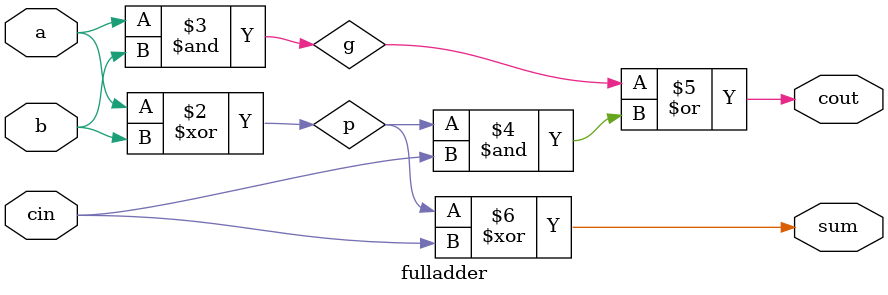
<source format=v>
`timescale 1ns/1ps

module fulladder(input a, b, cin,
		 output reg cout, sum);

   reg 			    p, g;

   always @(a,b,cin)
     begin
	p = a ^ b;
	g = a & b;

	cout = g | p & cin;
	sum = p ^ cin;
     end
endmodule // fulladder

</source>
